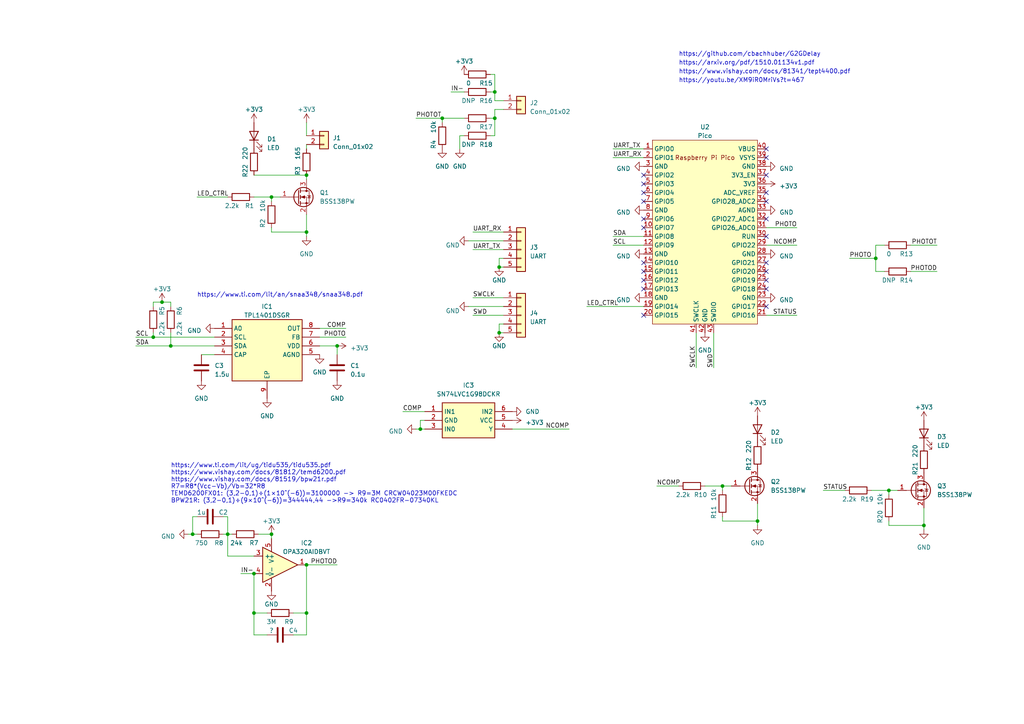
<source format=kicad_sch>
(kicad_sch (version 20230121) (generator eeschema)
  (paper "A4")
  (lib_symbols
    (symbol "Connector_Generic:Conn_01x02" (pin_names (offset 1.016) hide)
      (property "Reference" "J" (at 0 2.54 0))
      (property "Value" "Conn_01x02" (at 0 -5.08 0))
      (symbol "Conn_01x02_1_1"
        (rectangle (start -1.27 -2.413) (end 0 -2.667) (stroke (width 0.1524)))
        (rectangle (start -1.27 0.127) (end 0 -0.127) (stroke (width 0.1524)))
        (rectangle (start -1.27 1.27) (end 1.27 -3.81) (stroke (width 0.254)) (fill (type background)))
        (pin passive line (at -5.08 0 0) (length 3.81) (name "Pin_1") (number "1"))
        (pin passive line (at -5.08 -2.54 0) (length 3.81) (name "Pin_2") (number "2"))
      )
    )
    (symbol "Connector_Generic:Conn_01x05" (pin_names (offset 1.016) hide)
      (property "Reference" "J" (at 0 7.62 0))
      (property "Value" "Conn_01x05" (at 0 -7.62 0))
      (symbol "Conn_01x05_1_1"
        (rectangle (start -1.27 -4.953) (end 0 -5.207) (stroke (width 0.1524)))
        (rectangle (start -1.27 -2.413) (end 0 -2.667) (stroke (width 0.1524)))
        (rectangle (start -1.27 0.127) (end 0 -0.127) (stroke (width 0.1524)))
        (rectangle (start -1.27 2.667) (end 0 2.413) (stroke (width 0.1524)))
        (rectangle (start -1.27 5.207) (end 0 4.953) (stroke (width 0.1524)))
        (rectangle (start -1.27 6.35) (end 1.27 -6.35) (stroke (width 0.254)) (fill (type background)))
        (pin passive line (at -5.08 5.08 0) (length 3.81) (name "Pin_1") (number "1"))
        (pin passive line (at -5.08 2.54 0) (length 3.81) (name "Pin_2") (number "2"))
        (pin passive line (at -5.08 0 0) (length 3.81) (name "Pin_3") (number "3"))
        (pin passive line (at -5.08 -2.54 0) (length 3.81) (name "Pin_4") (number "4"))
        (pin passive line (at -5.08 -5.08 0) (length 3.81) (name "Pin_5") (number "5"))
      )
    )
    (symbol "Device:C" (pin_numbers hide) (pin_names (offset 0.254))
      (property "Reference" "C" (at 0.635 2.54 0))
      (property "Value" "C" (at 0.635 -2.54 0))
      (symbol "C_0_1"
        (polyline (pts (xy -2.032 -0.762) (xy 2.032 -0.762)) (stroke (width 0.508)))
        (polyline (pts (xy -2.032 0.762) (xy 2.032 0.762)) (stroke (width 0.508)))
      )
      (symbol "C_1_1"
        (pin passive line (at 0 3.81 270) (length 2.794) (name "~") (number "1"))
        (pin passive line (at 0 -3.81 90) (length 2.794) (name "~") (number "2"))
      )
    )
    (symbol "Device:LED" (pin_numbers hide) (pin_names (offset 1.016) hide)
      (property "Reference" "D" (at 0 2.54 0))
      (property "Value" "LED" (at 0 -2.54 0))
      (symbol "LED_0_1"
        (polyline (pts (xy -1.27 -1.27) (xy -1.27 1.27)) (stroke (width 0.254)))
        (polyline (pts (xy -1.27 0) (xy 1.27 0)))
        (polyline (pts (xy 1.27 -1.27) (xy 1.27 1.27) (xy -1.27 0) (xy 1.27 -1.27)) (stroke (width 0.254)))
        (polyline (pts (xy -3.048 -0.762) (xy -4.572 -2.286) (xy -3.81 -2.286) (xy -4.572 -2.286) (xy -4.572 -1.524)))
        (polyline (pts (xy -1.778 -0.762) (xy -3.302 -2.286) (xy -2.54 -2.286) (xy -3.302 -2.286) (xy -3.302 -1.524)))
      )
      (symbol "LED_1_1"
        (pin passive line (at -3.81 0 0) (length 2.54) (name "K") (number "1"))
        (pin passive line (at 3.81 0 180) (length 2.54) (name "A") (number "2"))
      )
    )
    (symbol "Device:R" (pin_numbers hide) (pin_names (offset 0))
      (property "Reference" "R" (at 2.032 0 90))
      (property "Value" "R" (at 0 0 90))
      (symbol "R_0_1"
        (rectangle (start -1.016 -2.54) (end 1.016 2.54) (stroke (width 0.254)))
      )
      (symbol "R_1_1"
        (pin passive line (at 0 3.81 270) (length 1.27) (name "~") (number "1"))
        (pin passive line (at 0 -3.81 90) (length 1.27) (name "~") (number "2"))
      )
    )
    (symbol "MCU_RaspberryPi_and_Boards:Pico"
      (property "Reference" "U" (at -13.97 27.94 0))
      (property "Value" "Pico" (at 0 19.05 0))
      (symbol "Pico_0_0"
        (text "Raspberry Pi Pico" (at 0 21.59 0) (effects (font (size 1.27 1.27))))
      )
      (symbol "Pico_0_1"
        (rectangle (start -15.24 26.67) (end 15.24 -26.67) (fill (type background)))
      )
      (symbol "Pico_1_1"
        (pin bidirectional line (at -17.78 24.13 0) (length 2.54) (name "GPIO0") (number "1"))
        (pin bidirectional line (at -17.78 1.27 0) (length 2.54) (name "GPIO7") (number "10"))
        (pin bidirectional line (at -17.78 -1.27 0) (length 2.54) (name "GPIO8") (number "11"))
        (pin bidirectional line (at -17.78 -3.81 0) (length 2.54) (name "GPIO9") (number "12"))
        (pin power_in line (at -17.78 -6.35 0) (length 2.54) (name "GND") (number "13"))
        (pin bidirectional line (at -17.78 -8.89 0) (length 2.54) (name "GPIO10") (number "14"))
        (pin bidirectional line (at -17.78 -11.43 0) (length 2.54) (name "GPIO11") (number "15"))
        (pin bidirectional line (at -17.78 -13.97 0) (length 2.54) (name "GPIO12") (number "16"))
        (pin bidirectional line (at -17.78 -16.51 0) (length 2.54) (name "GPIO13") (number "17"))
        (pin power_in line (at -17.78 -19.05 0) (length 2.54) (name "GND") (number "18"))
        (pin bidirectional line (at -17.78 -21.59 0) (length 2.54) (name "GPIO14") (number "19"))
        (pin bidirectional line (at -17.78 21.59 0) (length 2.54) (name "GPIO1") (number "2"))
        (pin bidirectional line (at -17.78 -24.13 0) (length 2.54) (name "GPIO15") (number "20"))
        (pin bidirectional line (at 17.78 -24.13 180) (length 2.54) (name "GPIO16") (number "21"))
        (pin bidirectional line (at 17.78 -21.59 180) (length 2.54) (name "GPIO17") (number "22"))
        (pin power_in line (at 17.78 -19.05 180) (length 2.54) (name "GND") (number "23"))
        (pin bidirectional line (at 17.78 -16.51 180) (length 2.54) (name "GPIO18") (number "24"))
        (pin bidirectional line (at 17.78 -13.97 180) (length 2.54) (name "GPIO19") (number "25"))
        (pin bidirectional line (at 17.78 -11.43 180) (length 2.54) (name "GPIO20") (number "26"))
        (pin bidirectional line (at 17.78 -8.89 180) (length 2.54) (name "GPIO21") (number "27"))
        (pin power_in line (at 17.78 -6.35 180) (length 2.54) (name "GND") (number "28"))
        (pin bidirectional line (at 17.78 -3.81 180) (length 2.54) (name "GPIO22") (number "29"))
        (pin power_in line (at -17.78 19.05 0) (length 2.54) (name "GND") (number "3"))
        (pin input line (at 17.78 -1.27 180) (length 2.54) (name "RUN") (number "30"))
        (pin bidirectional line (at 17.78 1.27 180) (length 2.54) (name "GPIO26_ADC0") (number "31"))
        (pin bidirectional line (at 17.78 3.81 180) (length 2.54) (name "GPIO27_ADC1") (number "32"))
        (pin power_in line (at 17.78 6.35 180) (length 2.54) (name "AGND") (number "33"))
        (pin bidirectional line (at 17.78 8.89 180) (length 2.54) (name "GPIO28_ADC2") (number "34"))
        (pin power_in line (at 17.78 11.43 180) (length 2.54) (name "ADC_VREF") (number "35"))
        (pin power_in line (at 17.78 13.97 180) (length 2.54) (name "3V3") (number "36"))
        (pin input line (at 17.78 16.51 180) (length 2.54) (name "3V3_EN") (number "37"))
        (pin bidirectional line (at 17.78 19.05 180) (length 2.54) (name "GND") (number "38"))
        (pin power_in line (at 17.78 21.59 180) (length 2.54) (name "VSYS") (number "39"))
        (pin bidirectional line (at -17.78 16.51 0) (length 2.54) (name "GPIO2") (number "4"))
        (pin power_in line (at 17.78 24.13 180) (length 2.54) (name "VBUS") (number "40"))
        (pin input line (at -2.54 -29.21 90) (length 2.54) (name "SWCLK") (number "41"))
        (pin power_in line (at 0 -29.21 90) (length 2.54) (name "GND") (number "42"))
        (pin bidirectional line (at 2.54 -29.21 90) (length 2.54) (name "SWDIO") (number "43"))
        (pin bidirectional line (at -17.78 13.97 0) (length 2.54) (name "GPIO3") (number "5"))
        (pin bidirectional line (at -17.78 11.43 0) (length 2.54) (name "GPIO4") (number "6"))
        (pin bidirectional line (at -17.78 8.89 0) (length 2.54) (name "GPIO5") (number "7"))
        (pin power_in line (at -17.78 6.35 0) (length 2.54) (name "GND") (number "8"))
        (pin bidirectional line (at -17.78 3.81 0) (length 2.54) (name "GPIO6") (number "9"))
      )
    )
    (symbol "bike_rear_light:BSS138PW" (pin_names hide)
      (property "Reference" "Q" (at 5.08 1.905 0))
      (property "Value" "BSS138PW" (at 5.08 0 0))
      (symbol "BSS138PW_0_1"
        (polyline (pts (xy 0.254 0) (xy -2.54 0)))
        (polyline (pts (xy 0.254 1.905) (xy 0.254 -1.905)) (stroke (width 0.254)))
        (polyline (pts (xy 0.762 -1.27) (xy 0.762 -2.286)) (stroke (width 0.254)))
        (polyline (pts (xy 0.762 0.508) (xy 0.762 -0.508)) (stroke (width 0.254)))
        (polyline (pts (xy 0.762 2.286) (xy 0.762 1.27)) (stroke (width 0.254)))
        (polyline (pts (xy 2.54 2.54) (xy 2.54 1.778)))
        (polyline (pts (xy 2.54 -2.54) (xy 2.54 0) (xy 0.762 0)))
        (polyline (pts (xy 0.762 -1.778) (xy 3.302 -1.778) (xy 3.302 1.778) (xy 0.762 1.778)))
        (polyline (pts (xy 1.016 0) (xy 2.032 0.381) (xy 2.032 -0.381) (xy 1.016 0)) (fill (type outline)))
        (polyline (pts (xy 2.794 0.508) (xy 2.921 0.381) (xy 3.683 0.381) (xy 3.81 0.254)))
        (polyline (pts (xy 3.302 0.381) (xy 2.921 -0.254) (xy 3.683 -0.254) (xy 3.302 0.381)))
        (circle (center 1.651 0) (radius 2.794) (stroke (width 0.254)))
        (circle (center 2.54 -1.778) (radius 0.254) (fill (type outline)))
        (circle (center 2.54 1.778) (radius 0.254) (fill (type outline)))
      )
      (symbol "BSS138PW_1_1"
        (pin input line (at -5.08 0 0) (length 2.54) (name "G") (number "1"))
        (pin passive line (at 2.54 -5.08 90) (length 2.54) (name "S") (number "2"))
        (pin passive line (at 2.54 5.08 270) (length 2.54) (name "D") (number "3"))
      )
    )
    (symbol "bike_rear_light:SN74LVC1G98DCKR"
      (property "Reference" "IC" (at 21.59 7.62 0))
      (property "Value" "SN74LVC1G98DCKR" (at 21.59 5.08 0))
      (symbol "SN74LVC1G98DCKR_1_1"
        (rectangle (start 5.08 2.54) (end 20.32 -7.62) (stroke (width 0.254)) (fill (type background)))
        (pin passive line (at 0 0 0) (length 5.08) (name "IN1") (number "1"))
        (pin passive line (at 0 -2.54 0) (length 5.08) (name "GND") (number "2"))
        (pin passive line (at 0 -5.08 0) (length 5.08) (name "IN0") (number "3"))
        (pin passive line (at 25.4 -5.08 180) (length 5.08) (name "Y") (number "4"))
        (pin passive line (at 25.4 -2.54 180) (length 5.08) (name "VCC") (number "5"))
        (pin passive line (at 25.4 0 180) (length 5.08) (name "IN2") (number "6"))
      )
    )
    (symbol "cam_delay_meas:OPA320AIDBVT"
      (property "Reference" "IC" (at 12.7 5.08 0))
      (property "Value" "OPA320AIDBVT" (at 12.7 2.54 0))
      (symbol "OPA320AIDBVT_0_1"
        (polyline (pts (xy 6.35 2.54) (xy 16.51 -2.54) (xy 6.35 -7.62) (xy 6.35 2.54)) (stroke (width 0.254)) (fill (type background)))
        (pin power_in line (at 8.89 -10.16 90) (length 3.81) (name "V-") (number "2"))
        (pin power_in line (at 8.89 5.08 270) (length 3.81) (name "V+") (number "5"))
      )
      (symbol "OPA320AIDBVT_1_1"
        (pin output line (at 19.05 -2.54 180) (length 2.54) (name "~") (number "1"))
        (pin input line (at 3.81 0 0) (length 2.54) (name "+") (number "3"))
        (pin input line (at 3.81 -5.08 0) (length 2.54) (name "-") (number "4"))
      )
    )
    (symbol "cam_delay_meas:TPL1401DSGR"
      (property "Reference" "IC" (at 26.67 7.62 0))
      (property "Value" "TPL1401DSGR" (at 26.67 5.08 0))
      (symbol "TPL1401DSGR_1_1"
        (rectangle (start 5.08 2.54) (end 25.4 -15.24) (stroke (width 0.254)) (fill (type background)))
        (pin passive line (at 0 0 0) (length 5.08) (name "A0") (number "1"))
        (pin passive line (at 0 -2.54 0) (length 5.08) (name "SCL") (number "2"))
        (pin passive line (at 0 -5.08 0) (length 5.08) (name "SDA") (number "3"))
        (pin passive line (at 0 -7.62 0) (length 5.08) (name "CAP") (number "4"))
        (pin passive line (at 30.48 -7.62 180) (length 5.08) (name "AGND") (number "5"))
        (pin passive line (at 30.48 -5.08 180) (length 5.08) (name "VDD") (number "6"))
        (pin passive line (at 30.48 -2.54 180) (length 5.08) (name "FB") (number "7"))
        (pin passive line (at 30.48 0 180) (length 5.08) (name "OUT") (number "8"))
        (pin passive line (at 15.24 -20.32 90) (length 5.08) (name "EP") (number "9"))
      )
    )
    (symbol "power:+3V3" (power) (pin_names (offset 0))
      (property "Value" "+3V3" (at 0 3.556 0))
      (symbol "+3V3_0_1"
        (polyline (pts (xy -0.762 1.27) (xy 0 2.54)))
        (polyline (pts (xy 0 0) (xy 0 2.54)))
        (polyline (pts (xy 0 2.54) (xy 0.762 1.27)))
      )
      (symbol "+3V3_1_1"
        (pin power_in line (at 0 0 90) (length 0) hide (name "+3V3") (number "1"))
      )
    )
    (symbol "power:GND" (power) (pin_names (offset 0))
      (property "Value" "GND" (at 0 -3.81 0))
      (symbol "GND_0_1"
        (polyline (pts (xy 0 0) (xy 0 -1.27) (xy 1.27 -1.27) (xy 0 -2.54) (xy -1.27 -1.27) (xy 0 -1.27)))
      )
      (symbol "GND_1_1"
        (pin power_in line (at 0 0 270) (length 0) hide (name "GND") (number "1"))
      )
    )
  )
  (junction (at 78.74 57.15))
  (junction (at 143.51 26.67))
  (junction (at 267.97 152.4))
  (junction (at 121.92 124.46))
  (junction (at 144.78 96.52))
  (junction (at 97.79 100.33))
  (junction (at 44.45 97.79))
  (junction (at 143.51 34.29))
  (junction (at 88.9 50.8))
  (junction (at 66.04 154.94))
  (junction (at 144.78 77.47))
  (junction (at 49.53 100.33))
  (junction (at 209.55 140.97))
  (junction (at 254 74.93))
  (junction (at 73.66 166.37))
  (junction (at 219.71 151.13))
  (junction (at 88.9 67.31))
  (junction (at 73.66 177.8))
  (junction (at 78.74 154.94))
  (junction (at 257.81 142.24))
  (junction (at 88.9 163.83))
  (junction (at 128.27 34.29))
  (junction (at 88.9 177.8))
  (junction (at 55.88 154.94))
  (junction (at 46.99 87.63))
  (no_connect (at 186.69 76.2))
  (no_connect (at 222.25 83.82))
  (no_connect (at 186.69 81.28))
  (no_connect (at 186.69 83.82))
  (no_connect (at 222.25 43.18))
  (no_connect (at 186.69 58.42))
  (no_connect (at 222.25 63.5))
  (no_connect (at 186.69 78.74))
  (no_connect (at 186.69 55.88))
  (no_connect (at 186.69 53.34))
  (no_connect (at 186.69 91.44))
  (no_connect (at 186.69 63.5))
  (no_connect (at 186.69 50.8))
  (no_connect (at 222.25 68.58))
  (no_connect (at 222.25 45.72))
  (no_connect (at 222.25 58.42))
  (no_connect (at 222.25 76.2))
  (no_connect (at 222.25 50.8))
  (no_connect (at 222.25 78.74))
  (no_connect (at 222.25 81.28))
  (no_connect (at 186.69 66.04))
  (no_connect (at 222.25 55.88))
  (no_connect (at 222.25 88.9))
  (wire (pts (xy 143.51 39.37) (xy 142.24 39.37)))
  (wire (pts (xy 219.71 146.05) (xy 219.71 151.13)))
  (wire (pts (xy 177.8 68.58) (xy 186.69 68.58)))
  (wire (pts (xy 254 74.93) (xy 254 78.74)))
  (wire (pts (xy 73.66 50.8) (xy 88.9 50.8)))
  (wire (pts (xy 133.35 39.37) (xy 133.35 43.18)))
  (wire (pts (xy 73.66 184.15) (xy 73.66 177.8)))
  (wire (pts (xy 55.88 149.86) (xy 55.88 154.94)))
  (wire (pts (xy 144.78 93.98) (xy 144.78 96.52)))
  (wire (pts (xy 128.27 34.29) (xy 128.27 35.56)))
  (wire (pts (xy 44.45 87.63) (xy 46.99 87.63)))
  (wire (pts (xy 64.77 149.86) (xy 66.04 149.86)))
  (wire (pts (xy 257.81 143.51) (xy 257.81 142.24)))
  (wire (pts (xy 88.9 62.23) (xy 88.9 67.31)))
  (wire (pts (xy 146.05 74.93) (xy 144.78 74.93)))
  (wire (pts (xy 88.9 41.91) (xy 88.9 43.18)))
  (wire (pts (xy 207.01 96.52) (xy 207.01 106.68)))
  (wire (pts (xy 137.16 72.39) (xy 146.05 72.39)))
  (wire (pts (xy 146.05 31.75) (xy 143.51 31.75)))
  (wire (pts (xy 209.55 151.13) (xy 219.71 151.13)))
  (wire (pts (xy 92.71 97.79) (xy 100.33 97.79)))
  (wire (pts (xy 64.77 154.94) (xy 66.04 154.94)))
  (wire (pts (xy 44.45 96.52) (xy 44.45 97.79)))
  (wire (pts (xy 190.5 140.97) (xy 196.85 140.97)))
  (wire (pts (xy 144.78 96.52) (xy 146.05 96.52)))
  (wire (pts (xy 121.92 121.92) (xy 121.92 124.46)))
  (wire (pts (xy 219.71 151.13) (xy 219.71 152.4)))
  (wire (pts (xy 246.38 74.93) (xy 254 74.93)))
  (wire (pts (xy 256.54 78.74) (xy 254 78.74)))
  (wire (pts (xy 143.51 21.59) (xy 143.51 26.67)))
  (wire (pts (xy 73.66 57.15) (xy 78.74 57.15)))
  (wire (pts (xy 74.93 154.94) (xy 78.74 154.94)))
  (wire (pts (xy 121.92 124.46) (xy 123.19 124.46)))
  (wire (pts (xy 78.74 67.31) (xy 88.9 67.31)))
  (wire (pts (xy 177.8 71.12) (xy 186.69 71.12)))
  (wire (pts (xy 120.65 34.29) (xy 128.27 34.29)))
  (wire (pts (xy 73.66 166.37) (xy 73.66 177.8)))
  (wire (pts (xy 78.74 57.15) (xy 81.28 57.15)))
  (wire (pts (xy 44.45 88.9) (xy 44.45 87.63)))
  (wire (pts (xy 88.9 177.8) (xy 88.9 163.83)))
  (wire (pts (xy 146.05 93.98) (xy 144.78 93.98)))
  (wire (pts (xy 88.9 184.15) (xy 88.9 177.8)))
  (wire (pts (xy 88.9 35.56) (xy 88.9 39.37)))
  (wire (pts (xy 116.84 119.38) (xy 123.19 119.38)))
  (wire (pts (xy 58.42 102.87) (xy 62.23 102.87)))
  (wire (pts (xy 128.27 34.29) (xy 134.62 34.29)))
  (wire (pts (xy 66.04 161.29) (xy 66.04 154.94)))
  (wire (pts (xy 77.47 184.15) (xy 73.66 184.15)))
  (wire (pts (xy 97.79 100.33) (xy 92.71 100.33)))
  (wire (pts (xy 54.61 154.94) (xy 55.88 154.94)))
  (wire (pts (xy 66.04 149.86) (xy 66.04 154.94)))
  (wire (pts (xy 137.16 67.31) (xy 146.05 67.31)))
  (wire (pts (xy 148.59 124.46) (xy 165.1 124.46)))
  (wire (pts (xy 177.8 45.72) (xy 186.69 45.72)))
  (wire (pts (xy 254 71.12) (xy 254 74.93)))
  (wire (pts (xy 85.09 184.15) (xy 88.9 184.15)))
  (wire (pts (xy 39.37 97.79) (xy 44.45 97.79)))
  (wire (pts (xy 264.16 71.12) (xy 271.78 71.12)))
  (wire (pts (xy 92.71 95.25) (xy 100.33 95.25)))
  (wire (pts (xy 134.62 39.37) (xy 133.35 39.37)))
  (wire (pts (xy 135.89 69.85) (xy 146.05 69.85)))
  (wire (pts (xy 222.25 91.44) (xy 231.14 91.44)))
  (wire (pts (xy 85.09 177.8) (xy 88.9 177.8)))
  (wire (pts (xy 238.76 142.24) (xy 245.11 142.24)))
  (wire (pts (xy 144.78 74.93) (xy 144.78 77.47)))
  (wire (pts (xy 142.24 34.29) (xy 143.51 34.29)))
  (wire (pts (xy 267.97 147.32) (xy 267.97 152.4)))
  (wire (pts (xy 46.99 87.63) (xy 49.53 87.63)))
  (wire (pts (xy 170.18 88.9) (xy 186.69 88.9)))
  (wire (pts (xy 130.81 26.67) (xy 134.62 26.67)))
  (wire (pts (xy 49.53 100.33) (xy 62.23 100.33)))
  (wire (pts (xy 73.66 161.29) (xy 66.04 161.29)))
  (wire (pts (xy 143.51 31.75) (xy 143.51 34.29)))
  (wire (pts (xy 264.16 78.74) (xy 271.78 78.74)))
  (wire (pts (xy 222.25 71.12) (xy 231.14 71.12)))
  (wire (pts (xy 88.9 163.83) (xy 97.79 163.83)))
  (wire (pts (xy 123.19 121.92) (xy 121.92 121.92)))
  (wire (pts (xy 142.24 21.59) (xy 143.51 21.59)))
  (wire (pts (xy 44.45 97.79) (xy 62.23 97.79)))
  (wire (pts (xy 49.53 96.52) (xy 49.53 100.33)))
  (wire (pts (xy 137.16 91.44) (xy 146.05 91.44)))
  (wire (pts (xy 88.9 50.8) (xy 88.9 52.07)))
  (wire (pts (xy 73.66 177.8) (xy 77.47 177.8)))
  (wire (pts (xy 49.53 87.63) (xy 49.53 88.9)))
  (wire (pts (xy 97.79 102.87) (xy 97.79 100.33)))
  (wire (pts (xy 144.78 77.47) (xy 146.05 77.47)))
  (wire (pts (xy 78.74 154.94) (xy 78.74 156.21)))
  (wire (pts (xy 135.89 88.9) (xy 146.05 88.9)))
  (wire (pts (xy 66.04 154.94) (xy 67.31 154.94)))
  (wire (pts (xy 209.55 151.13) (xy 209.55 149.86)))
  (wire (pts (xy 209.55 142.24) (xy 209.55 140.97)))
  (wire (pts (xy 252.73 142.24) (xy 257.81 142.24)))
  (wire (pts (xy 257.81 152.4) (xy 267.97 152.4)))
  (wire (pts (xy 209.55 140.97) (xy 212.09 140.97)))
  (wire (pts (xy 201.93 96.52) (xy 201.93 106.68)))
  (wire (pts (xy 146.05 29.21) (xy 143.51 29.21)))
  (wire (pts (xy 78.74 67.31) (xy 78.74 66.04)))
  (wire (pts (xy 69.85 166.37) (xy 73.66 166.37)))
  (wire (pts (xy 257.81 142.24) (xy 260.35 142.24)))
  (wire (pts (xy 137.16 86.36) (xy 146.05 86.36)))
  (wire (pts (xy 177.8 43.18) (xy 186.69 43.18)))
  (wire (pts (xy 222.25 66.04) (xy 231.14 66.04)))
  (wire (pts (xy 57.15 57.15) (xy 66.04 57.15)))
  (wire (pts (xy 267.97 152.4) (xy 267.97 153.67)))
  (wire (pts (xy 143.51 26.67) (xy 142.24 26.67)))
  (wire (pts (xy 120.65 124.46) (xy 121.92 124.46)))
  (wire (pts (xy 55.88 154.94) (xy 57.15 154.94)))
  (wire (pts (xy 39.37 100.33) (xy 49.53 100.33)))
  (wire (pts (xy 143.51 34.29) (xy 143.51 39.37)))
  (wire (pts (xy 57.15 149.86) (xy 55.88 149.86)))
  (wire (pts (xy 88.9 67.31) (xy 88.9 68.58)))
  (wire (pts (xy 257.81 152.4) (xy 257.81 151.13)))
  (wire (pts (xy 78.74 58.42) (xy 78.74 57.15)))
  (wire (pts (xy 143.51 29.21) (xy 143.51 26.67)))
  (wire (pts (xy 204.47 140.97) (xy 209.55 140.97)))
  (wire (pts (xy 256.54 71.12) (xy 254 71.12)))
  (text "https://www.ti.com/lit/an/snaa348/snaa348.pdf" (at 57.15 86.36 0) (effects (font (size 1.27 1.27)) (justify left bottom)))
  (text "https://www.vishay.com/docs/81341/tept4400.pdf" (at 196.85 21.59 0) (effects (font (size 1.27 1.27)) (justify left bottom)))
  (text "https://youtu.be/XM9iR0MriVs?t=467" (at 196.85 24.13 0) (effects (font (size 1.27 1.27)) (justify left bottom)))
  (text "https://www.ti.com/lit/ug/tidu535/tidu535.pdf\nhttps://www.vishay.com/docs/81812/temd6200.pdf\nhttps://www.vishay.com/docs/81519/bpw21r.pdf\nR7=R8*(Vcc-Vb)/Vb=32*R8\nTEMD6200FX01: (3,2−0,1)÷(1×10^(−6))=3100000 -> R9=3M CRCW04023M00FKEDC\nBPW21R: (3,2−0,1)÷(9×10^(−6))=344444,44 ->R9=340k RC0402FR-07340KL" (at 49.53 146.05 0) (effects (font (size 1.27 1.27)) (justify left bottom)))
  (text "https://github.com/cbachhuber/G2GDelay" (at 196.85 16.51 0) (effects (font (size 1.27 1.27)) (justify left bottom)))
  (text "https://arxiv.org/pdf/1510.01134v1.pdf" (at 196.85 19.05 0) (effects (font (size 1.27 1.27)) (justify left bottom)))
  (label "COMP" (at 116.84 119.38 0))
  (label "PHOTO" (at 246.38 74.93 0))
  (label "SWD" (at 207.01 106.68 90))
  (label "SWCLK" (at 137.16 86.36 0))
  (label "SDA" (at 39.37 100.33 0))
  (label "NCOMP" (at 231.14 71.12 180))
  (label "SWCLK" (at 201.93 106.68 90))
  (label "LED_CTRL" (at 170.18 88.9 0))
  (label "LED_CTRL" (at 57.15 57.15 0))
  (label "UART_TX" (at 137.16 72.39 0))
  (label "SWD" (at 137.16 91.44 0))
  (label "PHOTOD" (at 97.79 163.83 180))
  (label "UART_RX" (at 177.8 45.72 0))
  (label "PHOTOT" (at 271.78 71.12 180))
  (label "SCL" (at 39.37 97.79 0))
  (label "NCOMP" (at 165.1 124.46 180))
  (label "COMP" (at 100.33 95.25 180))
  (label "IN-" (at 69.85 166.37 0))
  (label "UART_TX" (at 177.8 43.18 0))
  (label "UART_RX" (at 137.16 67.31 0))
  (label "SDA" (at 177.8 68.58 0))
  (label "IN-" (at 130.81 26.67 0))
  (label "PHOTO" (at 231.14 66.04 180))
  (label "SCL" (at 177.8 71.12 0))
  (label "PHOTOD" (at 271.78 78.74 180))
  (label "STATUS" (at 231.14 91.44 180))
  (label "NCOMP" (at 190.5 140.97 0))
  (label "PHOTO" (at 100.33 97.79 180))
  (label "PHOTOT" (at 120.65 34.29 0))
  (label "STATUS" (at 238.76 142.24 0))
  (symbol (lib_id "power:GND") (at 58.42 110.49 0) (unit 1)
    (property "Reference" "#PWR025" (effects hide))
    (property "Value" "GND" (at 58.42 115.57 0))
  )
  (symbol (lib_id "power:GND") (at 97.79 110.49 0) (unit 1)
    (property "Reference" "#PWR01" (effects hide))
    (property "Value" "GND" (at 97.79 115.57 0))
  )
  (symbol (lib_id "Connector_Generic:Conn_01x05") (at 151.13 91.44 0) (unit 1)
    (property "Reference" "J4" (at 153.67 90.805 0) (effects (justify left)))
    (property "Value" "UART" (at 153.67 93.345 0) (effects (justify left)))
    (property "Footprint" "cam_delay_meas:CONN_SM03B-SRSS-TB_JST" (effects hide))
    (property "MPN" "SM03B-SRSS-TB(LF)(SN)" (effects hide))
  )
  (symbol (lib_id "power:GND") (at 219.71 152.4 0) (unit 1)
    (property "Reference" "#PWR027" (effects hide))
    (property "Value" "GND" (at 219.71 157.48 0))
  )
  (symbol (lib_id "Connector_Generic:Conn_01x02") (at 151.13 29.21 0) (unit 1)
    (property "Reference" "J2" (at 153.67 29.845 0) (effects (justify left)))
    (property "Value" "Conn_01x02" (at 153.67 32.385 0) (effects (justify left)))
    (property "Footprint" "cam_delay_meas:SHDRRA2W80P0X350_1X2_840X920X720P" (effects hide))
  )
  (symbol (lib_id "power:GND") (at 78.74 171.45 0) (unit 1)
    (property "Reference" "#PWR03" (effects hide))
    (property "Value" "GND" (at 78.74 175.26 0))
  )
  (symbol (lib_id "power:GND") (at 186.69 48.26 270) (unit 1)
    (property "Reference" "#PWR010" (effects hide))
    (property "Value" "GND" (at 182.88 48.895 90) (effects (justify right)))
  )
  (symbol (lib_id "power:GND") (at 222.25 48.26 90) (unit 1)
    (property "Reference" "#PWR015" (effects hide))
    (property "Value" "GND" (at 226.06 48.895 90) (effects (justify right)))
  )
  (symbol (lib_id "power:GND") (at 222.25 73.66 90) (unit 1)
    (property "Reference" "#PWR018" (effects hide))
    (property "Value" "GND" (at 226.06 74.295 90) (effects (justify right)))
  )
  (symbol (lib_id "power:GND") (at 144.78 77.47 0) (unit 1)
    (property "Reference" "#PWR032" (effects hide))
    (property "Value" "GND" (at 144.78 81.28 0))
  )
  (symbol (lib_id "Device:R") (at 267.97 133.35 180) (unit 1)
    (property "Reference" "R21" (at 265.43 135.89 90))
    (property "Value" "220" (at 265.43 130.81 90))
    (property "Footprint" "Resistor_SMD:R_0402_1005Metric" (effects hide))
    (property "MPN" "RC0402FR-07220RL" (effects hide))
  )
  (symbol (lib_id "power:GND") (at 120.65 124.46 270) (unit 1)
    (property "Reference" "#PWR035" (effects hide))
    (property "Value" "GND" (at 116.84 125.095 90) (effects (justify right)))
  )
  (symbol (lib_id "power:GND") (at 267.97 153.67 0) (unit 1)
    (property "Reference" "#PWR031" (effects hide))
    (property "Value" "GND" (at 267.97 158.75 0))
  )
  (symbol (lib_id "power:GND") (at 148.59 119.38 90) (unit 1)
    (property "Reference" "#PWR036" (effects hide))
    (property "Value" "GND" (at 152.4 119.38 90) (effects (justify right)))
  )
  (symbol (lib_id "Device:R") (at 73.66 46.99 180) (unit 1)
    (property "Reference" "R22" (at 71.12 49.53 90))
    (property "Value" "220" (at 71.12 44.45 90))
    (property "Footprint" "Resistor_SMD:R_0402_1005Metric" (effects hide))
    (property "MPN" "RC0402FR-07220RL" (effects hide))
  )
  (symbol (lib_id "power:GND") (at 135.89 69.85 270) (unit 1)
    (property "Reference" "#PWR08" (effects hide))
    (property "Value" "GND" (at 133.35 71.12 90) (effects (justify right)))
  )
  (symbol (lib_id "power:GND") (at 88.9 68.58 0) (unit 1)
    (property "Reference" "#PWR05" (effects hide))
    (property "Value" "GND" (at 88.9 73.66 0))
  )
  (symbol (lib_id "Device:R") (at 49.53 92.71 0) (unit 1)
    (property "Reference" "R6" (at 52.07 90.17 90))
    (property "Value" "2.2k" (at 52.07 95.25 90))
    (property "Footprint" "Resistor_SMD:R_0402_1005Metric" (effects hide))
  )
  (symbol (lib_id "Device:R") (at 248.92 142.24 270) (unit 1)
    (property "Reference" "R19" (at 251.46 144.78 90))
    (property "Value" "2.2k" (at 246.38 144.78 90))
    (property "Footprint" "Resistor_SMD:R_0402_1005Metric" (effects hide))
  )
  (symbol (lib_id "power:GND") (at 222.25 60.96 90) (unit 1)
    (property "Reference" "#PWR017" (effects hide))
    (property "Value" "GND" (at 226.06 61.595 90) (effects (justify right)))
  )
  (symbol (lib_id "Device:R") (at 138.43 34.29 270) (unit 1)
    (property "Reference" "R17" (at 140.97 36.83 90))
    (property "Value" "0" (at 135.89 36.83 90))
    (property "Footprint" "Resistor_SMD:R_0402_1005Metric" (effects hide))
    (property "MPN" "RC0402JR-070RL" (effects hide))
  )
  (symbol (lib_id "cam_delay_meas:OPA320AIDBVT") (at 69.85 161.29 0) (unit 1)
    (property "Reference" "IC2" (at 88.9 157.48 0))
    (property "Value" "OPA320AIDBVT" (at 88.9 160.02 0))
    (property "Footprint" "cam_delay_meas:SOT95P280X145-5N" (effects hide))
    (property "Datasheet" "http://componentsearchengine.com/Datasheets/3/OPA320AIDBVT.pdf" (effects hide))
    (property "Height" "1.45" (effects hide))
    (property "Mouser Part Number" "595-OPA320AIDBVT" (effects hide))
    (property "Mouser Price/Stock" "https://www.mouser.co.uk/ProductDetail/Texas-Instruments/OPA320AIDBVT?qs=g5raLcSarOaaMKU0q8zwUA%3D%3D" (effects hide))
    (property "Manufacturer_Name" "Texas Instruments" (effects hide))
    (property "Manufacturer_Part_Number" "OPA320AIDBVT" (effects hide))
  )
  (symbol (lib_id "Connector_Generic:Conn_01x05") (at 151.13 72.39 0) (unit 1)
    (property "Reference" "J3" (at 153.67 71.755 0) (effects (justify left)))
    (property "Value" "UART" (at 153.67 74.295 0) (effects (justify left)))
    (property "Footprint" "cam_delay_meas:CONN_SM03B-SRSS-TB_JST" (effects hide))
    (property "MPN" "SM03B-SRSS-TB(LF)(SN)" (effects hide))
  )
  (symbol (lib_id "power:GND") (at 186.69 73.66 270) (unit 1)
    (property "Reference" "#PWR012" (effects hide))
    (property "Value" "GND" (at 182.88 74.295 90) (effects (justify right)))
  )
  (symbol (lib_id "Device:R") (at 71.12 154.94 270) (unit 1)
    (property "Reference" "R7" (at 73.66 157.48 90))
    (property "Value" "24k" (at 68.58 157.48 90))
    (property "Footprint" "Resistor_SMD:R_0402_1005Metric" (effects hide))
    (property "MPN" "RC0402FR-0724KL" (effects hide))
  )
  (symbol (lib_id "power:GND") (at 62.23 95.25 270) (unit 1)
    (property "Reference" "#PWR022" (effects hide))
    (property "Value" "GND" (at 58.42 95.885 90) (effects (justify right)))
  )
  (symbol (lib_id "Device:R") (at 219.71 132.08 180) (unit 1)
    (property "Reference" "R12" (at 217.17 134.62 90))
    (property "Value" "220" (at 217.17 129.54 90))
    (property "Footprint" "Resistor_SMD:R_0402_1005Metric" (effects hide))
    (property "MPN" "RC0402FR-07220RL" (effects hide))
  )
  (symbol (lib_id "bike_rear_light:BSS138PW") (at 265.43 142.24 0) (unit 1)
    (property "Reference" "Q3" (at 271.78 140.97 0) (effects (justify left)))
    (property "Value" "BSS138PW" (at 271.78 143.51 0) (effects (justify left)))
    (property "Footprint" "bike_rear_light:SOT65P210X110-3N" (effects hide))
    (property "Datasheet" "https://assets.nexperia.com/documents/data-sheet/BSS138PW.pdf" (effects hide))
  )
  (symbol (lib_id "Device:R") (at 257.81 147.32 180) (unit 1)
    (property "Reference" "R20" (at 255.27 149.86 90))
    (property "Value" "10k" (at 255.27 144.78 90))
    (property "Footprint" "Resistor_SMD:R_0402_1005Metric" (effects hide))
    (property "MPN" "RC0402FR-0710KL" (effects hide))
  )
  (symbol (lib_id "Device:R") (at 69.85 57.15 270) (unit 1)
    (property "Reference" "R1" (at 72.39 59.69 90))
    (property "Value" "2.2k" (at 67.31 59.69 90))
    (property "Footprint" "Resistor_SMD:R_0402_1005Metric" (effects hide))
  )
  (symbol (lib_id "power:+3V3") (at 73.66 35.56 0) (unit 1)
    (property "Reference" "#PWR034" (effects hide))
    (property "Value" "+3V3" (at 73.66 31.75 0))
  )
  (symbol (lib_id "power:GND") (at 133.35 43.18 0) (unit 1)
    (property "Reference" "#PWR029" (effects hide))
    (property "Value" "GND" (at 133.35 48.26 0))
  )
  (symbol (lib_id "power:+3V3") (at 148.59 121.92 270) (unit 1)
    (property "Reference" "#PWR037" (effects hide))
    (property "Value" "+3V3" (at 152.4 122.555 90) (effects (justify left)))
  )
  (symbol (lib_id "power:+3V3") (at 267.97 121.92 0) (unit 1)
    (property "Reference" "#PWR030" (effects hide))
    (property "Value" "+3V3" (at 267.97 118.11 0))
  )
  (symbol (lib_id "Device:R") (at 44.45 92.71 0) (unit 1)
    (property "Reference" "R5" (at 46.99 90.17 90))
    (property "Value" "2.2k" (at 46.99 95.25 90))
    (property "Footprint" "Resistor_SMD:R_0402_1005Metric" (effects hide))
    (property "MPN" "RC0402FR-072K2L" (effects hide))
  )
  (symbol (lib_id "power:+3V3") (at 97.79 100.33 270) (unit 1)
    (property "Reference" "#PWR023" (effects hide))
    (property "Value" "+3V3" (at 101.6 100.965 90) (effects (justify left)))
  )
  (symbol (lib_id "bike_rear_light:SN74LVC1G98DCKR") (at 123.19 119.38 0) (unit 1)
    (property "Reference" "IC3" (at 135.89 111.76 0))
    (property "Value" "SN74LVC1G98DCKR" (at 135.89 114.3 0))
    (property "Footprint" "bike_rear_light:SOT65P210X110-6N" (effects hide))
    (property "Datasheet" "http://www.ti.com/lit/gpn/sn74lvc1g98" (effects hide))
    (property "Height" "1.1" (effects hide))
    (property "Mouser Part Number" "595-SN74LVC1G98DCKR" (effects hide))
    (property "Mouser Price/Stock" "https://www.mouser.co.uk/ProductDetail/Texas-Instruments/SN74LVC1G98DCKR?qs=nqigI8dpoHJA9ViFQa4TCw%3D%3D" (effects hide))
    (property "Manufacturer_Name" "Texas Instruments" (effects hide))
    (property "Manufacturer_Part_Number" "SN74LVC1G98DCKR" (effects hide))
  )
  (symbol (lib_id "power:GND") (at 186.69 60.96 270) (unit 1)
    (property "Reference" "#PWR011" (effects hide))
    (property "Value" "GND" (at 182.88 61.595 90) (effects (justify right)))
  )
  (symbol (lib_id "cam_delay_meas:TPL1401DSGR") (at 62.23 95.25 0) (unit 1)
    (property "Reference" "IC1" (at 77.47 88.9 0))
    (property "Value" "TPL1401DSGR" (at 77.47 91.44 0))
    (property "Footprint" "cam_delay_meas:SON50P200X200X80-9N" (effects hide))
    (property "Datasheet" "https://www.arrow.com/en/products/tpl1401dsgr/texas-instruments" (effects hide))
    (property "Height" "0.8" (effects hide))
    (property "Mouser Part Number" "595-TPL1401DSGR" (effects hide))
    (property "Mouser Price/Stock" "https://www.mouser.co.uk/ProductDetail/Texas-Instruments/TPL1401DSGR?qs=T94vaHKWudRqR6RwvJ134A%3D%3D" (effects hide))
    (property "Manufacturer_Name" "Texas Instruments" (effects hide))
    (property "Manufacturer_Part_Number" "TPL1401DSGR" (effects hide))
  )
  (symbol (lib_id "power:GND") (at 135.89 88.9 270) (unit 1)
    (property "Reference" "#PWR09" (effects hide))
    (property "Value" "GND" (at 133.35 90.17 90) (effects (justify right)))
  )
  (symbol (lib_id "Device:R") (at 138.43 39.37 270) (unit 1)
    (property "Reference" "R18" (at 140.97 41.91 90))
    (property "Value" "DNP" (at 135.89 41.91 90))
    (property "Footprint" "Resistor_SMD:R_0402_1005Metric" (effects hide))
  )
  (symbol (lib_id "Device:C") (at 81.28 184.15 90) (unit 1)
    (property "Reference" "C4" (at 85.09 182.88 90))
    (property "Value" "?" (at 78.74 182.88 90))
    (property "Footprint" "Capacitor_SMD:C_0402_1005Metric" (effects hide))
  )
  (symbol (lib_id "Device:R") (at 81.28 177.8 270) (unit 1)
    (property "Reference" "R9" (at 83.82 180.34 90))
    (property "Value" "3M" (at 78.74 180.34 90))
    (property "Footprint" "Resistor_SMD:R_0402_1005Metric" (effects hide))
    (property "MPN" "CRCW04023M00FKEDC" (effects hide))
  )
  (symbol (lib_id "MCU_RaspberryPi_and_Boards:Pico") (at 204.47 67.31 0) (unit 1)
    (property "Reference" "U2" (at 204.47 36.83 0))
    (property "Value" "Pico" (at 204.47 39.37 0))
    (property "Footprint" "MCU_RaspberryPi_and_Boards:RPi_Pico_SMD" (effects hide))
  )
  (symbol (lib_id "power:GND") (at 92.71 102.87 0) (unit 1)
    (property "Reference" "#PWR021" (effects hide))
    (property "Value" "GND" (at 92.71 107.95 0))
  )
  (symbol (lib_id "Device:R") (at 138.43 26.67 270) (unit 1)
    (property "Reference" "R16" (at 140.97 29.21 90))
    (property "Value" "DNP" (at 135.89 29.21 90))
    (property "Footprint" "Resistor_SMD:R_0402_1005Metric" (effects hide))
  )
  (symbol (lib_id "Device:R") (at 260.35 78.74 270) (unit 1)
    (property "Reference" "R14" (at 262.89 81.28 90))
    (property "Value" "DNP" (at 257.81 81.28 90))
    (property "Footprint" "Resistor_SMD:R_0402_1005Metric" (effects hide))
  )
  (symbol (lib_id "Connector_Generic:Conn_01x02") (at 93.98 39.37 0) (unit 1)
    (property "Reference" "J1" (at 96.52 40.005 0) (effects (justify left)))
    (property "Value" "Conn_01x02" (at 96.52 42.545 0) (effects (justify left)))
    (property "Footprint" "cam_delay_meas:SHDRRA2W80P0X350_1X2_840X920X720P" (effects hide))
  )
  (symbol (lib_id "Device:C") (at 97.79 106.68 0) (unit 1)
    (property "Reference" "C1" (at 101.6 106.045 0) (effects (justify left)))
    (property "Value" "0.1u" (at 101.6 108.585 0) (effects (justify left)))
    (property "Footprint" "Capacitor_SMD:C_0805_2012Metric" (effects hide))
    (property "MPN" "CC0805KRX7R9BB104" (effects hide))
  )
  (symbol (lib_id "power:GND") (at 204.47 96.52 0) (unit 1)
    (property "Reference" "#PWR014" (effects hide))
    (property "Value" "GND" (at 204.47 101.6 0))
  )
  (symbol (lib_id "power:GND") (at 144.78 96.52 0) (unit 1)
    (property "Reference" "#PWR033" (effects hide))
    (property "Value" "GND" (at 144.78 100.33 0))
  )
  (symbol (lib_id "Device:R") (at 138.43 21.59 270) (unit 1)
    (property "Reference" "R15" (at 140.97 24.13 90))
    (property "Value" "0" (at 135.89 24.13 90))
    (property "Footprint" "Resistor_SMD:R_0402_1005Metric" (effects hide))
    (property "MPN" "RC0402JR-070RL" (effects hide))
  )
  (symbol (lib_id "power:+3V3") (at 46.99 87.63 0) (unit 1)
    (property "Reference" "#PWR02" (effects hide))
    (property "Value" "+3V3" (at 46.99 83.82 0))
  )
  (symbol (lib_id "Device:R") (at 200.66 140.97 270) (unit 1)
    (property "Reference" "R10" (at 203.2 143.51 90))
    (property "Value" "2.2k" (at 198.12 143.51 90))
    (property "Footprint" "Resistor_SMD:R_0402_1005Metric" (effects hide))
  )
  (symbol (lib_id "power:+3V3") (at 219.71 120.65 0) (unit 1)
    (property "Reference" "#PWR028" (effects hide))
    (property "Value" "+3V3" (at 219.71 116.84 0))
  )
  (symbol (lib_id "power:GND") (at 128.27 43.18 0) (unit 1)
    (property "Reference" "#PWR07" (effects hide))
    (property "Value" "GND" (at 128.27 48.26 0))
  )
  (symbol (lib_id "Device:R") (at 209.55 146.05 180) (unit 1)
    (property "Reference" "R11" (at 207.01 148.59 90))
    (property "Value" "10k" (at 207.01 143.51 90))
    (property "Footprint" "Resistor_SMD:R_0402_1005Metric" (effects hide))
    (property "MPN" "RC0402FR-0710KL" (effects hide))
  )
  (symbol (lib_id "power:GND") (at 54.61 154.94 270) (unit 1)
    (property "Reference" "#PWR026" (effects hide))
    (property "Value" "GND" (at 50.8 155.575 90) (effects (justify right)))
  )
  (symbol (lib_id "power:GND") (at 222.25 86.36 90) (unit 1)
    (property "Reference" "#PWR019" (effects hide))
    (property "Value" "GND" (at 226.06 86.995 90) (effects (justify right)))
  )
  (symbol (lib_id "power:+3V3") (at 222.25 53.34 270) (unit 1)
    (property "Reference" "#PWR016" (effects hide))
    (property "Value" "+3V3" (at 226.06 53.975 90) (effects (justify left)))
  )
  (symbol (lib_id "bike_rear_light:BSS138PW") (at 86.36 57.15 0) (unit 1)
    (property "Reference" "Q1" (at 92.71 55.88 0) (effects (justify left)))
    (property "Value" "BSS138PW" (at 92.71 58.42 0) (effects (justify left)))
    (property "Footprint" "bike_rear_light:SOT65P210X110-3N" (effects hide))
    (property "Datasheet" "https://assets.nexperia.com/documents/data-sheet/BSS138PW.pdf" (effects hide))
  )
  (symbol (lib_id "Device:LED") (at 73.66 39.37 90) (unit 1)
    (property "Reference" "D1" (at 77.47 40.3225 90) (effects (justify right)))
    (property "Value" "LED" (at 77.47 42.8625 90) (effects (justify right)))
    (property "Footprint" "LED_SMD:LED_0603_1608Metric" (effects hide))
    (property "MPN" "LTST-C191KGKT" (effects hide))
  )
  (symbol (lib_id "Device:R") (at 260.35 71.12 270) (unit 1)
    (property "Reference" "R13" (at 262.89 73.66 90))
    (property "Value" "0" (at 257.81 73.66 90))
    (property "Footprint" "Resistor_SMD:R_0402_1005Metric" (effects hide))
    (property "MPN" "RC0402JR-070RL" (effects hide))
  )
  (symbol (lib_id "power:GND") (at 77.47 115.57 0) (unit 1)
    (property "Reference" "#PWR020" (effects hide))
    (property "Value" "GND" (at 77.47 120.65 0))
  )
  (symbol (lib_id "Device:C") (at 58.42 106.68 0) (unit 1)
    (property "Reference" "C3" (at 62.23 106.045 0) (effects (justify left)))
    (property "Value" "1.5u" (at 62.23 108.585 0) (effects (justify left)))
    (property "Footprint" "Capacitor_SMD:C_0805_2012Metric" (effects hide))
    (property "MPN" "CC0805ZRY5V7BB155" (effects hide))
  )
  (symbol (lib_id "Device:R") (at 60.96 154.94 270) (unit 1)
    (property "Reference" "R8" (at 63.5 157.48 90))
    (property "Value" "750" (at 58.42 157.48 90))
    (property "Footprint" "Resistor_SMD:R_0402_1005Metric" (effects hide))
    (property "MPN" "RC0402FR-07750RL" (effects hide))
  )
  (symbol (lib_id "power:+3V3") (at 134.62 21.59 0) (unit 1)
    (property "Reference" "#PWR06" (effects hide))
    (property "Value" "+3V3" (at 134.62 17.78 0))
  )
  (symbol (lib_id "Device:LED") (at 267.97 125.73 90) (unit 1)
    (property "Reference" "D3" (at 271.78 126.6825 90) (effects (justify right)))
    (property "Value" "LED" (at 271.78 129.2225 90) (effects (justify right)))
    (property "Footprint" "LED_SMD:LED_0603_1608Metric" (effects hide))
    (property "MPN" "LTST-C191TBKT" (effects hide))
  )
  (symbol (lib_id "power:GND") (at 186.69 86.36 270) (unit 1)
    (property "Reference" "#PWR013" (effects hide))
    (property "Value" "GND" (at 182.88 86.995 90) (effects (justify right)))
  )
  (symbol (lib_id "Device:R") (at 88.9 46.99 180) (unit 1)
    (property "Reference" "R3" (at 86.36 49.53 90))
    (property "Value" "165" (at 86.36 44.45 90))
    (property "Footprint" "Resistor_SMD:R_0805_2012Metric" (effects hide))
    (property "MPN" "RC0805FR-07165RL" (effects hide))
  )
  (symbol (lib_id "Device:C") (at 60.96 149.86 90) (unit 1)
    (property "Reference" "C2" (at 64.77 148.59 90))
    (property "Value" "1u" (at 58.42 148.59 90))
    (property "Footprint" "Capacitor_SMD:C_0402_1005Metric" (effects hide))
    (property "MPN" "CC0402KRX5R5BB105" (effects hide))
  )
  (symbol (lib_id "Device:R") (at 128.27 39.37 180) (unit 1)
    (property "Reference" "R4" (at 125.73 41.91 90))
    (property "Value" "10k" (at 125.73 36.83 90))
    (property "Footprint" "Resistor_SMD:R_0805_2012Metric" (effects hide))
    (property "MPN" "RC0805FR-0710KL" (effects hide))
  )
  (symbol (lib_id "power:+3V3") (at 78.74 154.94 0) (unit 1)
    (property "Reference" "#PWR024" (effects hide))
    (property "Value" "+3V3" (at 78.74 151.13 0))
  )
  (symbol (lib_id "bike_rear_light:BSS138PW") (at 217.17 140.97 0) (unit 1)
    (property "Reference" "Q2" (at 223.52 139.7 0) (effects (justify left)))
    (property "Value" "BSS138PW" (at 223.52 142.24 0) (effects (justify left)))
    (property "Footprint" "bike_rear_light:SOT65P210X110-3N" (effects hide))
    (property "Datasheet" "https://assets.nexperia.com/documents/data-sheet/BSS138PW.pdf" (effects hide))
  )
  (symbol (lib_id "Device:R") (at 78.74 62.23 180) (unit 1)
    (property "Reference" "R2" (at 76.2 64.77 90))
    (property "Value" "10k" (at 76.2 59.69 90))
    (property "Footprint" "Resistor_SMD:R_0402_1005Metric" (effects hide))
    (property "MPN" "RC0402FR-0710KL" (effects hide))
  )
  (symbol (lib_id "power:+3V3") (at 88.9 35.56 0) (unit 1)
    (property "Reference" "#PWR04" (effects hide))
    (property "Value" "+3V3" (at 88.9 31.75 0))
  )
  (symbol (lib_id "Device:LED") (at 219.71 124.46 90) (unit 1)
    (property "Reference" "D2" (at 223.52 125.4125 90) (effects (justify right)))
    (property "Value" "LED" (at 223.52 127.9525 90) (effects (justify right)))
    (property "Footprint" "LED_SMD:LED_0603_1608Metric" (effects hide))
    (property "MPN" "LTST-C191KFKT" (effects hide))
  )
)
</source>
